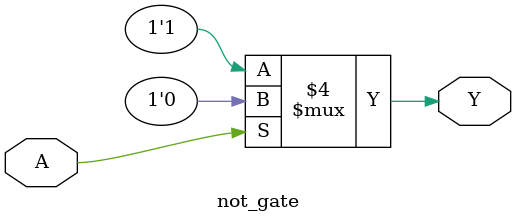
<source format=v>
module not_gate (output reg Y,input A);
always @(A) begin
	if (A==1)
		Y=0;
	else 
		Y=1;
	
end 
endmodule


</source>
